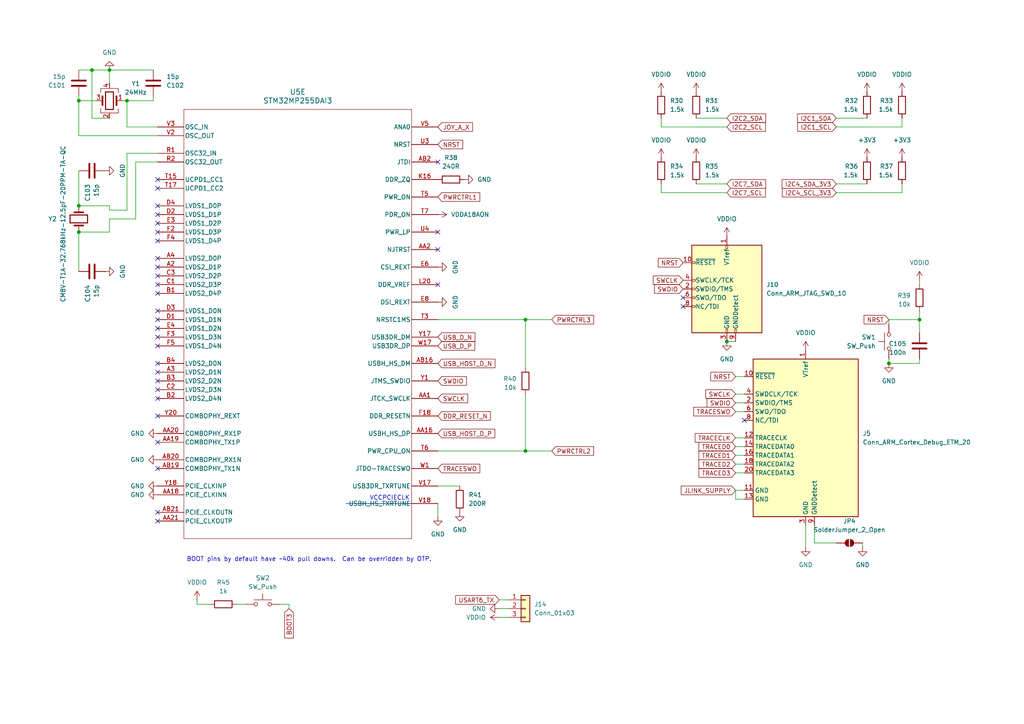
<source format=kicad_sch>
(kicad_sch (version 20250114) (generator "eeschema") (generator_version "9.0")
  (paper "A4")
  (text "VCCPCIECLK" (at 113.03 144.526 0) (effects (font (size 1.27 1.27))))
  (text "BOOT pins by default have ~40k pull downs.  Can be overridden by OTP." (at 54.102 162.306 0) (effects (font (size 1.27 1.27)) (justify left)))
  (junction (at 26.67 20.32))
  (junction (at 266.7 92.71))
  (junction (at 210.82 99.06))
  (junction (at 22.86 67.31))
  (junction (at 36.83 29.21))
  (junction (at 152.4 92.71))
  (junction (at 31.75 20.32))
  (junction (at 22.86 29.21))
  (junction (at 22.86 59.69))
  (junction (at 152.4 130.81))
  (junction (at 257.81 105.41))
  (no_connect (at 45.72 113.03))
  (no_connect (at 45.72 151.13))
  (no_connect (at 45.72 59.69))
  (no_connect (at 45.72 52.07))
  (no_connect (at 45.72 64.77))
  (no_connect (at 45.72 80.01))
  (no_connect (at 45.72 95.25))
  (no_connect (at 45.72 105.41))
  (no_connect (at 45.72 128.27))
  (no_connect (at 45.72 92.71))
  (no_connect (at 45.72 54.61))
  (no_connect (at 198.12 86.36))
  (no_connect (at 198.12 88.9))
  (no_connect (at 45.72 90.17))
  (no_connect (at 45.72 97.79))
  (no_connect (at 45.72 62.23))
  (no_connect (at 127 82.55))
  (no_connect (at 127 46.99))
  (no_connect (at 45.72 115.57))
  (no_connect (at 45.72 67.31))
  (no_connect (at 127 67.31))
  (no_connect (at 45.72 77.47))
  (no_connect (at 45.72 82.55))
  (no_connect (at 45.72 69.85))
  (no_connect (at 215.9 121.92))
  (no_connect (at 45.72 74.93))
  (no_connect (at 45.72 135.89))
  (no_connect (at 45.72 100.33))
  (no_connect (at 45.72 120.65))
  (no_connect (at 45.72 107.95))
  (no_connect (at 45.72 110.49))
  (no_connect (at 127 72.39))
  (no_connect (at 45.72 148.59))
  (no_connect (at 45.72 85.09))
  (wire (pts (xy 251.46 53.34) (xy 242.57 53.34)))
  (wire (pts (xy 22.86 67.31) (xy 31.75 67.31)))
  (wire (pts (xy 261.62 36.83) (xy 261.62 34.29)))
  (wire (pts (xy 257.81 104.14) (xy 257.81 105.41)))
  (wire (pts (xy 36.83 29.21) (xy 36.83 36.83)))
  (wire (pts (xy 213.36 116.84) (xy 215.9 116.84)))
  (wire (pts (xy 152.4 114.3) (xy 152.4 130.81)))
  (wire (pts (xy 251.46 34.29) (xy 242.57 34.29)))
  (wire (pts (xy 36.83 29.21) (xy 44.45 29.21)))
  (wire (pts (xy 210.82 99.06) (xy 213.36 99.06)))
  (wire (pts (xy 45.72 46.99) (xy 39.37 46.99)))
  (wire (pts (xy 236.22 157.48) (xy 242.57 157.48)))
  (wire (pts (xy 22.86 67.31) (xy 22.86 78.74)))
  (wire (pts (xy 257.81 92.71) (xy 257.81 93.98)))
  (wire (pts (xy 31.75 60.96) (xy 31.75 59.69)))
  (wire (pts (xy 31.75 67.31) (xy 31.75 63.5)))
  (polyline (pts (xy 100.33 146.05) (xy 119.38 146.05)))
  (wire (pts (xy 60.96 175.26) (xy 57.15 175.26)))
  (wire (pts (xy 261.62 55.88) (xy 261.62 53.34)))
  (wire (pts (xy 266.7 105.41) (xy 257.81 105.41)))
  (wire (pts (xy 152.4 92.71) (xy 152.4 106.68)))
  (wire (pts (xy 144.78 173.99) (xy 147.32 173.99)))
  (wire (pts (xy 236.22 152.4) (xy 236.22 157.48)))
  (wire (pts (xy 83.82 176.53) (xy 83.82 175.26)))
  (wire (pts (xy 213.36 119.38) (xy 215.9 119.38)))
  (wire (pts (xy 27.94 29.21) (xy 22.86 29.21)))
  (wire (pts (xy 83.82 175.26) (xy 81.28 175.26)))
  (wire (pts (xy 266.7 82.55) (xy 266.7 81.28)))
  (wire (pts (xy 31.75 24.13) (xy 31.75 20.32)))
  (wire (pts (xy 213.36 134.62) (xy 215.9 134.62)))
  (wire (pts (xy 22.86 29.21) (xy 22.86 39.37)))
  (wire (pts (xy 35.56 29.21) (xy 36.83 29.21)))
  (wire (pts (xy 44.45 20.32) (xy 31.75 20.32)))
  (wire (pts (xy 127 92.71) (xy 152.4 92.71)))
  (wire (pts (xy 44.45 29.21) (xy 44.45 27.94)))
  (wire (pts (xy 210.82 36.83) (xy 191.77 36.83)))
  (wire (pts (xy 68.58 175.26) (xy 71.12 175.26)))
  (wire (pts (xy 191.77 55.88) (xy 191.77 53.34)))
  (wire (pts (xy 213.36 137.16) (xy 215.9 137.16)))
  (wire (pts (xy 213.36 142.24) (xy 215.9 142.24)))
  (wire (pts (xy 242.57 55.88) (xy 261.62 55.88)))
  (wire (pts (xy 39.37 46.99) (xy 39.37 63.5)))
  (wire (pts (xy 160.02 130.81) (xy 152.4 130.81)))
  (wire (pts (xy 57.15 173.99) (xy 57.15 175.26)))
  (wire (pts (xy 233.68 152.4) (xy 233.68 158.75)))
  (wire (pts (xy 201.93 34.29) (xy 210.82 34.29)))
  (wire (pts (xy 26.67 20.32) (xy 22.86 20.32)))
  (wire (pts (xy 22.86 39.37) (xy 45.72 39.37)))
  (wire (pts (xy 22.86 29.21) (xy 22.86 27.94)))
  (wire (pts (xy 266.7 92.71) (xy 266.7 90.17)))
  (wire (pts (xy 36.83 44.45) (xy 36.83 60.96)))
  (wire (pts (xy 147.32 176.53) (xy 144.78 176.53)))
  (wire (pts (xy 242.57 36.83) (xy 261.62 36.83)))
  (wire (pts (xy 213.36 142.24) (xy 213.36 144.78)))
  (wire (pts (xy 213.36 129.54) (xy 215.9 129.54)))
  (wire (pts (xy 36.83 36.83) (xy 45.72 36.83)))
  (wire (pts (xy 213.36 144.78) (xy 215.9 144.78)))
  (wire (pts (xy 213.36 127) (xy 215.9 127)))
  (wire (pts (xy 213.36 109.22) (xy 215.9 109.22)))
  (wire (pts (xy 31.75 59.69) (xy 22.86 59.69)))
  (wire (pts (xy 152.4 92.71) (xy 160.02 92.71)))
  (wire (pts (xy 266.7 92.71) (xy 257.81 92.71)))
  (wire (pts (xy 213.36 132.08) (xy 215.9 132.08)))
  (wire (pts (xy 144.78 179.07) (xy 147.32 179.07)))
  (wire (pts (xy 191.77 36.83) (xy 191.77 34.29)))
  (wire (pts (xy 45.72 44.45) (xy 36.83 44.45)))
  (wire (pts (xy 31.75 20.32) (xy 26.67 20.32)))
  (wire (pts (xy 127 146.05) (xy 127 149.86)))
  (wire (pts (xy 250.19 157.48) (xy 250.19 158.75)))
  (wire (pts (xy 266.7 96.52) (xy 266.7 92.71)))
  (wire (pts (xy 266.7 104.14) (xy 266.7 105.41)))
  (wire (pts (xy 201.93 53.34) (xy 210.82 53.34)))
  (wire (pts (xy 210.82 55.88) (xy 191.77 55.88)))
  (wire (pts (xy 36.83 60.96) (xy 31.75 60.96)))
  (wire (pts (xy 22.86 49.53) (xy 22.86 59.69)))
  (wire (pts (xy 152.4 130.81) (xy 127 130.81)))
  (wire (pts (xy 31.75 34.29) (xy 26.67 34.29)))
  (wire (pts (xy 213.36 114.3) (xy 215.9 114.3)))
  (wire (pts (xy 39.37 63.5) (xy 31.75 63.5)))
  (wire (pts (xy 26.67 34.29) (xy 26.67 20.32)))
  (wire (pts (xy 127 140.97) (xy 133.35 140.97)))
  (global_label "I2C7_SCL" (shape input) (at 210.82 55.88 0) (property "Intersheetrefs" "${INTERSHEET_REFS}" (effects (hide yes))))
  (global_label "USB_D_N" (shape input) (at 127 97.79 0) (property "Intersheetrefs" "${INTERSHEET_REFS}" (effects (hide yes))))
  (global_label "I2C7_SDA" (shape input) (at 210.82 53.34 0) (property "Intersheetrefs" "${INTERSHEET_REFS}" (effects (hide yes))))
  (global_label "NRST" (shape input) (at 213.36 109.22 180) (property "Intersheetrefs" "${INTERSHEET_REFS}" (effects (hide yes))))
  (global_label "TRACED0" (shape input) (at 213.36 129.54 180) (property "Intersheetrefs" "${INTERSHEET_REFS}" (effects (hide yes))))
  (global_label "NRST" (shape input) (at 127 41.91 0) (property "Intersheetrefs" "${INTERSHEET_REFS}" (effects (hide yes))))
  (global_label "I2C4_SDA_3V3" (shape input) (at 242.57 53.34 180) (property "Intersheetrefs" "${INTERSHEET_REFS}" (effects (hide yes))))
  (global_label "TRACED2" (shape input) (at 213.36 134.62 180) (property "Intersheetrefs" "${INTERSHEET_REFS}" (effects (hide yes))))
  (global_label "TRACED3" (shape input) (at 213.36 137.16 180) (property "Intersheetrefs" "${INTERSHEET_REFS}" (effects (hide yes))))
  (global_label "TRACECLK" (shape input) (at 213.36 127 180) (property "Intersheetrefs" "${INTERSHEET_REFS}" (effects (hide yes))))
  (global_label "SWDIO" (shape input) (at 213.36 116.84 180) (property "Intersheetrefs" "${INTERSHEET_REFS}" (effects (hide yes))))
  (global_label "USB_HOST_D_P" (shape input) (at 127 125.73 0) (property "Intersheetrefs" "${INTERSHEET_REFS}" (effects (hide yes))))
  (global_label "SWCLK" (shape input) (at 213.36 114.3 180) (property "Intersheetrefs" "${INTERSHEET_REFS}" (effects (hide yes))))
  (global_label "TRACESWO" (shape input) (at 127 135.89 0) (property "Intersheetrefs" "${INTERSHEET_REFS}" (effects (hide yes))))
  (global_label "NRST" (shape input) (at 198.12 76.2 180) (property "Intersheetrefs" "${INTERSHEET_REFS}" (effects (hide yes))))
  (global_label "DDR_RESET_N" (shape input) (at 127 120.65 0) (property "Intersheetrefs" "${INTERSHEET_REFS}" (effects (hide yes))))
  (global_label "I2C4_SCL_3V3" (shape input) (at 242.57 55.88 180) (property "Intersheetrefs" "${INTERSHEET_REFS}" (effects (hide yes))))
  (global_label "BOOT3" (shape input) (at 83.82 176.53 270) (property "Intersheetrefs" "${INTERSHEET_REFS}" (effects (hide yes))))
  (global_label "PWRCTRL2" (shape input) (at 160.02 130.81 0) (property "Intersheetrefs" "${INTERSHEET_REFS}" (effects (hide yes))))
  (global_label "USART6_TX" (shape input) (at 144.78 173.99 180) (property "Intersheetrefs" "${INTERSHEET_REFS}" (effects (hide yes))))
  (global_label "I2C1_SDA" (shape input) (at 242.57 34.29 180) (property "Intersheetrefs" "${INTERSHEET_REFS}" (effects (hide yes))))
  (global_label "TRACED1" (shape input) (at 213.36 132.08 180) (property "Intersheetrefs" "${INTERSHEET_REFS}" (effects (hide yes))))
  (global_label "I2C2_SCL" (shape input) (at 210.82 36.83 0) (property "Intersheetrefs" "${INTERSHEET_REFS}" (effects (hide yes))))
  (global_label "SWCLK" (shape input) (at 127 115.57 0) (property "Intersheetrefs" "${INTERSHEET_REFS}" (effects (hide yes))))
  (global_label "SWCLK" (shape input) (at 198.12 81.28 180) (property "Intersheetrefs" "${INTERSHEET_REFS}" (effects (hide yes))))
  (global_label "JLINK_SUPPLY" (shape input) (at 213.36 142.24 180) (property "Intersheetrefs" "${INTERSHEET_REFS}" (effects (hide yes))))
  (global_label "SWDIO" (shape input) (at 127 110.49 0) (property "Intersheetrefs" "${INTERSHEET_REFS}" (effects (hide yes))))
  (global_label "I2C1_SCL" (shape input) (at 242.57 36.83 180) (property "Intersheetrefs" "${INTERSHEET_REFS}" (effects (hide yes))))
  (global_label "PWRCTRL1" (shape input) (at 127 57.15 0) (property "Intersheetrefs" "${INTERSHEET_REFS}" (effects (hide yes))))
  (global_label "NRST" (shape input) (at 257.81 92.71 180) (property "Intersheetrefs" "${INTERSHEET_REFS}" (effects (hide yes))))
  (global_label "I2C2_SDA" (shape input) (at 210.82 34.29 0) (property "Intersheetrefs" "${INTERSHEET_REFS}" (effects (hide yes))))
  (global_label "PWRCTRL3" (shape input) (at 160.02 92.71 0) (property "Intersheetrefs" "${INTERSHEET_REFS}" (effects (hide yes))))
  (global_label "TRACESWO" (shape input) (at 213.36 119.38 180) (property "Intersheetrefs" "${INTERSHEET_REFS}" (effects (hide yes))))
  (global_label "USB_HOST_D_N" (shape input) (at 127 105.41 0) (property "Intersheetrefs" "${INTERSHEET_REFS}" (effects (hide yes))))
  (global_label "USB_D_P" (shape input) (at 127 100.33 0) (property "Intersheetrefs" "${INTERSHEET_REFS}" (effects (hide yes))))
  (global_label "SWDIO" (shape input) (at 198.12 83.82 180) (property "Intersheetrefs" "${INTERSHEET_REFS}" (effects (hide yes))))
  (global_label "JOY_A_X" (shape input) (at 127 36.83 0) (property "Intersheetrefs" "${INTERSHEET_REFS}" (effects (hide yes))))
  (symbol (lib_id "Connector:Conn_ARM_JTAG_SWD_10") (at 210.82 83.82 0) (mirror y) (unit 1)
    (property "Reference" "J10" (at 222.25 82.5499 0) (effects (justify right)))
    (property "Value" "Conn_ARM_JTAG_SWD_10" (at 222.25 85.0899 0) (effects (justify right)))
    (property "Footprint" "Connector_PinHeader_1.27mm:PinHeader_2x05_P1.27mm_Vertical_SMD" (effects (hide yes)))
    (property "Datasheet" "http://infocenter.arm.com/help/topic/com.arm.doc.ddi0314h/DDI0314H_coresight_components_trm.pdf" (effects (hide yes)))
    (property "Description" "Cortex Debug Connector, standard ARM Cortex-M SWD and JTAG interface" (effects (hide yes)))
  )
  (symbol (lib_id "Device:R") (at 133.35 144.78 180) (unit 1)
    (property "Reference" "R41" (at 135.89 143.5099 0) (effects (justify right)))
    (property "Value" "200R" (at 135.89 146.0499 0) (effects (justify right)))
    (property "Footprint" "Resistor_SMD:R_0603_1608Metric" (effects (hide yes)))
    (property "Description" "Resistor" (effects (hide yes)))
  )
  (symbol (lib_id "power:VDD") (at 261.62 26.67 0) (mirror y) (unit 1)
    (property "Reference" "#PWR0280" (effects (hide yes)))
    (property "Value" "VDDIO" (at 261.62 21.59 0))
    (property "Description" "Power symbol creates a global label with name \"VDD\"" (effects (hide yes)))
  )
  (symbol (lib_id "Device:R") (at 191.77 30.48 0) (mirror y) (unit 1)
    (property "Reference" "R30" (at 194.31 29.2099 0) (effects (justify right)))
    (property "Value" "1.5k" (at 194.31 31.7499 0) (effects (justify right)))
    (property "Footprint" "Resistor_SMD:R_0603_1608Metric" (effects (hide yes)))
  )
  (symbol (lib_id "power:GND") (at 30.48 49.53 90) (mirror x) (unit 1)
    (property "Reference" "#PWR0285" (effects (hide yes)))
    (property "Value" "GND" (at 35.56 49.53 0))
    (property "Description" "Power symbol creates a global label with name \"GND\" , ground" (effects (hide yes)))
  )
  (symbol (lib_id "Device:R") (at 251.46 49.53 0) (unit 1)
    (property "Reference" "R36" (at 248.92 48.2599 0) (effects (justify right)))
    (property "Value" "1.5k" (at 248.92 50.7999 0) (effects (justify right)))
    (property "Footprint" "Resistor_SMD:R_0603_1608Metric" (effects (hide yes)))
  )
  (symbol (lib_id "power:GND") (at 45.72 143.51 270) (mirror x) (unit 1)
    (property "Reference" "#PWR0297" (effects (hide yes)))
    (property "Value" "GND" (at 41.91 143.5099 90) (effects (justify right)))
    (property "Description" "Power symbol creates a global label with name \"GND\" , ground" (effects (hide yes)))
  )
  (symbol (lib_id "power:GND") (at 45.72 125.73 270) (mirror x) (unit 1)
    (property "Reference" "#PWR0294" (effects (hide yes)))
    (property "Value" "GND" (at 41.91 125.7299 90) (effects (justify right)))
    (property "Description" "Power symbol creates a global label with name \"GND\" , ground" (effects (hide yes)))
  )
  (symbol (lib_id "power:GND") (at 30.48 78.74 90) (mirror x) (unit 1)
    (property "Reference" "#PWR0289" (effects (hide yes)))
    (property "Value" "GND" (at 35.56 78.74 0))
    (property "Description" "Power symbol creates a global label with name \"GND\" , ground" (effects (hide yes)))
  )
  (symbol (lib_id "power:GND") (at 210.82 99.06 0) (unit 1)
    (property "Reference" "#PWR095" (effects (hide yes)))
    (property "Value" "GND" (at 210.82 104.14 0))
    (property "Description" "Power symbol creates a global label with name \"GND\" , ground" (effects (hide yes)))
  )
  (symbol (lib_id "power:GND") (at 133.35 148.59 0) (unit 1)
    (property "Reference" "#PWR0298" (effects (hide yes)))
    (property "Value" "GND" (at 133.35 153.67 0))
    (property "Description" "Power symbol creates a global label with name \"GND\" , ground" (effects (hide yes)))
  )
  (symbol (lib_id "power:GND") (at 233.68 158.75 0) (unit 1)
    (property "Reference" "#PWR0300" (effects (hide yes)))
    (property "Value" "GND" (at 233.68 163.83 0))
    (property "Description" "Power symbol creates a global label with name \"GND\" , ground" (effects (hide yes)))
  )
  (symbol (lib_id "power:GND") (at 134.62 52.07 90) (mirror x) (unit 1)
    (property "Reference" "#PWR0286" (effects (hide yes)))
    (property "Value" "GND" (at 138.43 52.0699 90) (effects (justify right)))
    (property "Description" "Power symbol creates a global label with name \"GND\" , ground" (effects (hide yes)))
  )
  (symbol (lib_id "Device:R") (at 201.93 30.48 0) (mirror y) (unit 1)
    (property "Reference" "R31" (at 204.47 29.2099 0) (effects (justify right)))
    (property "Value" "1.5k" (at 204.47 31.7499 0) (effects (justify right)))
    (property "Footprint" "Resistor_SMD:R_0603_1608Metric" (effects (hide yes)))
  )
  (symbol (lib_id "power:VDD") (at 201.93 45.72 0) (unit 1)
    (property "Reference" "#PWR0282" (effects (hide yes)))
    (property "Value" "VDDIO" (at 201.93 40.64 0))
    (property "Description" "Power symbol creates a global label with name \"VDD\"" (effects (hide yes)))
  )
  (symbol (lib_id "power:GND") (at 127 149.86 0) (unit 1)
    (property "Reference" "#PWR0299" (effects (hide yes)))
    (property "Value" "GND" (at 127 154.94 0))
    (property "Description" "Power symbol creates a global label with name \"GND\" , ground" (effects (hide yes)))
  )
  (symbol (lib_id "Device:R") (at 64.77 175.26 90) (unit 1)
    (property "Reference" "R45" (at 64.77 168.91 90))
    (property "Value" "1k" (at 64.77 171.45 90))
    (property "Footprint" "Resistor_SMD:R_0603_1608Metric" (effects (hide yes)))
    (property "Description" "Resistor" (effects (hide yes)))
  )
  (symbol (lib_id "Device:R") (at 201.93 49.53 0) (mirror y) (unit 1)
    (property "Reference" "R35" (at 204.47 48.2599 0) (effects (justify right)))
    (property "Value" "1.5k" (at 204.47 50.7999 0) (effects (justify right)))
    (property "Footprint" "Resistor_SMD:R_0603_1608Metric" (effects (hide yes)))
  )
  (symbol (lib_id "power:GND") (at 127 77.47 90) (unit 1)
    (property "Reference" "#PWR0288" (effects (hide yes)))
    (property "Value" "GND" (at 132.08 77.47 0))
    (property "Description" "Power symbol creates a global label with name \"GND\" , ground" (effects (hide yes)))
  )
  (symbol (lib_id "Switch:SW_Push") (at 76.2 175.26 0) (unit 1)
    (property "Reference" "SW2" (at 76.2 167.64 0))
    (property "Value" "SW_Push" (at 76.2 170.18 0))
    (property "Footprint" "Button_Switch_SMD:SW_SPST_PTS647_Sx38" (effects (hide yes)))
    (property "Description" "Push button switch, generic, two pins" (effects (hide yes)))
  )
  (symbol (lib_id "Device:R") (at 261.62 49.53 0) (unit 1)
    (property "Reference" "R37" (at 259.08 48.2599 0) (effects (justify right)))
    (property "Value" "1.5k" (at 259.08 50.7999 0) (effects (justify right)))
    (property "Footprint" "Resistor_SMD:R_0603_1608Metric" (effects (hide yes)))
  )
  (symbol (lib_id "STM32MP255DAI:STM32MP255DAI3") (at 45.72 36.83 0) (unit 5)
    (property "Reference" "U5" (at 86.36 26.67 0) (effects (font (size 1.524 1.524))))
    (property "Value" "STM32MP255DAI3" (at 86.36 29.21 0) (effects (font (size 1.524 1.524))))
    (property "Footprint" "footprints:TFBGA436_STM" (effects (hide yes)))
    (property "Datasheet" "https://www.st.com/resource/en/datasheet/stm32mp251a.pdf" (effects (hide yes)))
  )
  (symbol (lib_id "power:GND") (at 144.78 176.53 270) (unit 1)
    (property "Reference" "#PWR096" (effects (hide yes)))
    (property "Value" "GND" (at 140.97 176.5299 90) (effects (justify right)))
    (property "Description" "Power symbol creates a global label with name \"GND\" , ground" (effects (hide yes)))
  )
  (symbol (lib_id "Device:R") (at 251.46 30.48 0) (unit 1)
    (property "Reference" "R32" (at 248.92 29.2099 0) (effects (justify right)))
    (property "Value" "1.5k" (at 248.92 31.7499 0) (effects (justify right)))
    (property "Footprint" "Resistor_SMD:R_0603_1608Metric" (effects (hide yes)))
  )
  (symbol (lib_id "Device:C") (at 22.86 24.13 180) (unit 1)
    (property "Reference" "C101" (at 19.05 24.765 0) (effects (justify left)))
    (property "Value" "15p" (at 19.05 22.225 0) (effects (justify left)))
    (property "Footprint" "Capacitor_SMD:C_0603_1608Metric" (effects (hide yes)))
  )
  (symbol (lib_id "Jumper:SolderJumper_2_Open") (at 246.38 157.48 0) (unit 1) (in_bom no)
    (property "Reference" "JP4" (at 246.38 151.13 0))
    (property "Value" "SolderJumper_2_Open" (at 246.38 153.67 0))
    (property "Footprint" "Jumper:SolderJumper-2_P1.3mm_Open_TrianglePad1.0x1.5mm" (effects (hide yes)))
    (property "Description" "Solder Jumper, 2-pole, open" (effects (hide yes)))
  )
  (symbol (lib_id "power:VDD") (at 144.78 179.07 90) (unit 1)
    (property "Reference" "#PWR097" (effects (hide yes)))
    (property "Value" "VDDIO" (at 140.97 179.0699 90) (effects (justify left)))
    (property "Description" "Power symbol creates a global label with name \"VDD\"" (effects (hide yes)))
  )
  (symbol (lib_id "power:VDD") (at 266.7 81.28 0) (unit 1)
    (property "Reference" "#PWR0290" (effects (hide yes)))
    (property "Value" "VDDIO" (at 266.7 76.2 0))
    (property "Description" "Power symbol creates a global label with name \"VDD\"" (effects (hide yes)))
  )
  (symbol (lib_id "Device:R") (at 130.81 52.07 90) (unit 1)
    (property "Reference" "R38" (at 130.81 45.72 90))
    (property "Value" "240R" (at 130.81 48.26 90))
    (property "Footprint" "Resistor_SMD:R_0603_1608Metric" (effects (hide yes)))
    (property "Description" "Resistor" (effects (hide yes)))
  )
  (symbol (lib_id "Device:C") (at 266.7 100.33 0) (mirror y) (unit 1)
    (property "Reference" "C105" (at 262.89 99.695 0) (effects (justify left)))
    (property "Value" "100n" (at 262.89 102.235 0) (effects (justify left)))
    (property "Footprint" "Capacitor_SMD:C_0603_1608Metric" (effects (hide yes)))
  )
  (symbol (lib_id "power:+3V3") (at 251.46 45.72 0) (unit 1)
    (property "Reference" "#PWR0283" (effects (hide yes)))
    (property "Value" "+3V3" (at 251.46 40.64 0))
    (property "Description" "Power symbol creates a global label with name \"+3V3\"" (effects (hide yes)))
  )
  (symbol (lib_id "power:+3V3") (at 261.62 45.72 0) (unit 1)
    (property "Reference" "#PWR0284" (effects (hide yes)))
    (property "Value" "+3V3" (at 261.62 40.64 0))
    (property "Description" "Power symbol creates a global label with name \"+3V3\"" (effects (hide yes)))
  )
  (symbol (lib_id "Connector_Generic:Conn_01x03") (at 152.4 176.53 0) (unit 1)
    (property "Reference" "J14" (at 154.94 175.2599 0) (effects (justify left)))
    (property "Value" "Conn_01x03" (at 154.94 177.7999 0) (effects (justify left)))
    (property "Footprint" "Connector_PinSocket_2.54mm:PinSocket_1x03_P2.54mm_Vertical" (effects (hide yes)))
    (property "Description" "Generic connector, single row, 01x03, script generated (kicad-library-utils/schlib/autogen/connector/)" (effects (hide yes)))
  )
  (symbol (lib_id "power:VDD") (at 233.68 101.6 0) (unit 1)
    (property "Reference" "#PWR0292" (effects (hide yes)))
    (property "Value" "VDDIO" (at 233.68 96.52 0))
    (property "Description" "Power symbol creates a global label with name \"VDD\"" (effects (hide yes)))
  )
  (symbol (lib_id "power:VDD") (at 191.77 45.72 0) (unit 1)
    (property "Reference" "#PWR0281" (effects (hide yes)))
    (property "Value" "VDDIO" (at 191.77 40.64 0))
    (property "Description" "Power symbol creates a global label with name \"VDD\"" (effects (hide yes)))
  )
  (symbol (lib_id "Device:Crystal") (at 22.86 63.5 90) (mirror x) (unit 1)
    (property "Reference" "Y2" (at 16.51 63.5 90) (effects (justify left)))
    (property "Value" "CM8V-T1A-32.768kHz-12.5pF-20PPM-TA-QC" (at 18.288 42.164 0) (effects (justify left)))
    (property "Footprint" "Crystal:Crystal_SMD_2012-2Pin_2.0x1.2mm" (effects (hide yes)))
    (property "Description" "Two pin crystal" (effects (hide yes)))
  )
  (symbol (lib_id "power:VDD") (at 191.77 26.67 0) (unit 1)
    (property "Reference" "#PWR0277" (effects (hide yes)))
    (property "Value" "VDDIO" (at 191.77 21.59 0))
    (property "Description" "Power symbol creates a global label with name \"VDD\"" (effects (hide yes)))
  )
  (symbol (lib_id "power:VDD") (at 127 62.23 270) (mirror x) (unit 1)
    (property "Reference" "#PWR0287" (effects (hide yes)))
    (property "Value" "VDDA18AON" (at 130.81 62.2299 90) (effects (justify left)))
    (property "Description" "Power symbol creates a global label with name \"VDD\"" (effects (hide yes)))
  )
  (symbol (lib_id "power:VDD") (at 201.93 26.67 0) (unit 1)
    (property "Reference" "#PWR0278" (effects (hide yes)))
    (property "Value" "VDDIO" (at 201.93 21.59 0))
    (property "Description" "Power symbol creates a global label with name \"VDD\"" (effects (hide yes)))
  )
  (symbol (lib_id "power:VDD") (at 210.82 68.58 0) (unit 1)
    (property "Reference" "#PWR094" (effects (hide yes)))
    (property "Value" "VDDIO" (at 210.82 63.5 0))
    (property "Description" "Power symbol creates a global label with name \"VDD\"" (effects (hide yes)))
  )
  (symbol (lib_id "power:GND") (at 45.72 133.35 270) (mirror x) (unit 1)
    (property "Reference" "#PWR0295" (effects (hide yes)))
    (property "Value" "GND" (at 41.91 133.3499 90) (effects (justify right)))
    (property "Description" "Power symbol creates a global label with name \"GND\" , ground" (effects (hide yes)))
  )
  (symbol (lib_id "Device:R") (at 191.77 49.53 0) (mirror y) (unit 1)
    (property "Reference" "R34" (at 194.31 48.2599 0) (effects (justify right)))
    (property "Value" "1.5k" (at 194.31 50.7999 0) (effects (justify right)))
    (property "Footprint" "Resistor_SMD:R_0603_1608Metric" (effects (hide yes)))
  )
  (symbol (lib_id "power:GND") (at 45.72 140.97 270) (mirror x) (unit 1)
    (property "Reference" "#PWR0296" (effects (hide yes)))
    (property "Value" "GND" (at 41.91 140.9699 90) (effects (justify right)))
    (property "Description" "Power symbol creates a global label with name \"GND\" , ground" (effects (hide yes)))
  )
  (symbol (lib_id "Device:R") (at 266.7 86.36 0) (mirror y) (unit 1)
    (property "Reference" "R39" (at 264.16 85.725 0) (effects (justify left)))
    (property "Value" "10k" (at 264.16 88.265 0) (effects (justify left)))
    (property "Footprint" "Resistor_SMD:R_0603_1608Metric" (effects (hide yes)))
  )
  (symbol (lib_id "power:GND") (at 250.19 158.75 0) (unit 1)
    (property "Reference" "#PWR0301" (effects (hide yes)))
    (property "Value" "GND" (at 250.19 163.83 0))
    (property "Description" "Power symbol creates a global label with name \"GND\" , ground" (effects (hide yes)))
  )
  (symbol (lib_id "Device:R") (at 261.62 30.48 0) (unit 1)
    (property "Reference" "R33" (at 259.08 29.2099 0) (effects (justify right)))
    (property "Value" "1.5k" (at 259.08 31.7499 0) (effects (justify right)))
    (property "Footprint" "Resistor_SMD:R_0603_1608Metric" (effects (hide yes)))
  )
  (symbol (lib_id "power:GND") (at 257.81 105.41 0) (mirror y) (unit 1)
    (property "Reference" "#PWR0293" (effects (hide yes)))
    (property "Value" "GND" (at 257.81 110.49 0))
    (property "Description" "Power symbol creates a global label with name \"GND\" , ground" (effects (hide yes)))
  )
  (symbol (lib_id "Device:C") (at 26.67 78.74 90) (mirror x) (unit 1)
    (property "Reference" "C104" (at 25.4 82.55 0) (effects (justify left)))
    (property "Value" "15p" (at 27.94 82.55 0) (effects (justify left)))
    (property "Footprint" "Capacitor_SMD:C_0603_1608Metric" (effects (hide yes)))
  )
  (symbol (lib_id "Device:C") (at 26.67 49.53 90) (mirror x) (unit 1)
    (property "Reference" "C103" (at 25.4 53.34 0) (effects (justify left)))
    (property "Value" "15p" (at 27.94 53.34 0) (effects (justify left)))
    (property "Footprint" "Capacitor_SMD:C_0603_1608Metric" (effects (hide yes)))
  )
  (symbol (lib_id "Device:Crystal_GND24") (at 31.75 29.21 180) (unit 1)
    (property "Reference" "Y1" (at 39.37 24.2568 0))
    (property "Value" "24MHz" (at 39.37 26.7968 0))
    (property "Footprint" "Crystal:Crystal_SMD_SeikoEpson_TSX3225-4Pin_3.2x2.5mm" (effects (hide yes)))
  )
  (symbol (lib_id "Connector:Conn_ARM_Cortex_Debug_ETM_20") (at 233.68 127 0) (mirror y) (unit 1)
    (property "Reference" "J5" (at 250.19 125.7299 0) (effects (justify right)))
    (property "Value" "Conn_ARM_Cortex_Debug_ETM_20" (at 250.19 128.2699 0) (effects (justify right)))
    (property "Footprint" "Connector_PinHeader_1.27mm:PinHeader_2x10_P1.27mm_Vertical_SMD" (effects (hide yes)))
    (property "Datasheet" "http://infocenter.arm.com/help/topic/com.arm.doc.ddi0314h/DDI0314H_coresight_components_trm.pdf" (effects (hide yes)))
    (property "Description" "Arm Cortex Debug+ETM Connector" (effects (hide yes)))
  )
  (symbol (lib_id "power:VDD") (at 251.46 26.67 0) (mirror y) (unit 1)
    (property "Reference" "#PWR0279" (effects (hide yes)))
    (property "Value" "VDDIO" (at 251.46 21.59 0))
    (property "Description" "Power symbol creates a global label with name \"VDD\"" (effects (hide yes)))
  )
  (symbol (lib_id "Device:C") (at 44.45 24.13 0) (mirror x) (unit 1)
    (property "Reference" "C102" (at 48.26 24.765 0) (effects (justify left)))
    (property "Value" "15p" (at 48.26 22.225 0) (effects (justify left)))
    (property "Footprint" "Capacitor_SMD:C_0603_1608Metric" (effects (hide yes)))
  )
  (symbol (lib_id "power:VDD") (at 57.15 173.99 0) (unit 1)
    (property "Reference" "#PWR0105" (effects (hide yes)))
    (property "Value" "VDDIO" (at 57.15 168.91 0))
    (property "Description" "Power symbol creates a global label with name \"VDD\"" (effects (hide yes)))
  )
  (symbol (lib_id "power:GND") (at 127 87.63 90) (unit 1)
    (property "Reference" "#PWR0291" (effects (hide yes)))
    (property "Value" "GND" (at 132.08 87.63 0))
    (property "Description" "Power symbol creates a global label with name \"GND\" , ground" (effects (hide yes)))
  )
  (symbol (lib_id "Device:R") (at 152.4 110.49 0) (mirror y) (unit 1)
    (property "Reference" "R40" (at 149.86 109.855 0) (effects (justify left)))
    (property "Value" "10k" (at 149.86 112.395 0) (effects (justify left)))
    (property "Footprint" "Resistor_SMD:R_0603_1608Metric" (effects (hide yes)))
  )
  (symbol (lib_id "power:GND") (at 31.75 20.32 180) (unit 1)
    (property "Reference" "#PWR0276" (effects (hide yes)))
    (property "Value" "GND" (at 31.75 15.24 0))
    (property "Description" "Power symbol creates a global label with name \"GND\" , ground" (effects (hide yes)))
  )
  (symbol (lib_id "Switch:SW_Push") (at 257.81 99.06 90) (mirror x) (unit 1)
    (property "Reference" "SW1" (at 254 97.79 90) (effects (justify left)))
    (property "Value" "SW_Push" (at 254 100.33 90) (effects (justify left)))
    (property "Footprint" "Button_Switch_SMD:SW_SPST_PTS647_Sx38" (effects (hide yes)))
  )
)
</source>
